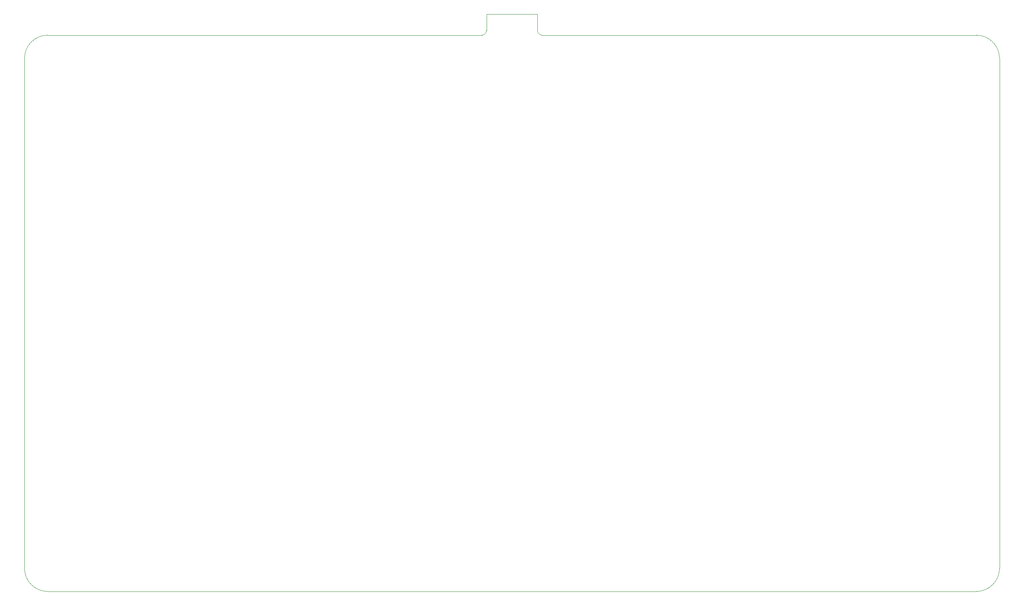
<source format=gbr>
%TF.GenerationSoftware,KiCad,Pcbnew,7.0.5*%
%TF.CreationDate,2023-10-21T15:45:59-07:00*%
%TF.ProjectId,VBox,56426f78-2e6b-4696-9361-645f70636258,rev?*%
%TF.SameCoordinates,Original*%
%TF.FileFunction,Profile,NP*%
%FSLAX46Y46*%
G04 Gerber Fmt 4.6, Leading zero omitted, Abs format (unit mm)*
G04 Created by KiCad (PCBNEW 7.0.5) date 2023-10-21 15:45:59*
%MOMM*%
%LPD*%
G01*
G04 APERTURE LIST*
%TA.AperFunction,Profile*%
%ADD10C,0.050000*%
%TD*%
G04 APERTURE END LIST*
D10*
X247905566Y-32745534D02*
G75*
G03*
X242905534Y-27745534I-5000066J-66D01*
G01*
X42905534Y-27745534D02*
X136405534Y-27745534D01*
X137405534Y-23245534D02*
X148405534Y-23245534D01*
X148405534Y-23245534D02*
X148405534Y-26745534D01*
X42905534Y-27745534D02*
G75*
G03*
X37905534Y-32745534I-4J-4999996D01*
G01*
X37905526Y-142745534D02*
G75*
G03*
X42905534Y-147745534I5000004J4D01*
G01*
X149405534Y-27745534D02*
X242905534Y-27745534D01*
X242905534Y-147745534D02*
G75*
G03*
X247905534Y-142745534I-34J5000034D01*
G01*
X136405534Y-27745534D02*
G75*
G03*
X137405534Y-26745534I-34J1000034D01*
G01*
X242905534Y-147745534D02*
X42905534Y-147745534D01*
X137405534Y-26745534D02*
X137405534Y-23245534D01*
X148405566Y-26745534D02*
G75*
G03*
X149405534Y-27745534I999934J-66D01*
G01*
X247905534Y-32745534D02*
X247905534Y-142745534D01*
X37905534Y-142745534D02*
X37905534Y-32745534D01*
M02*

</source>
